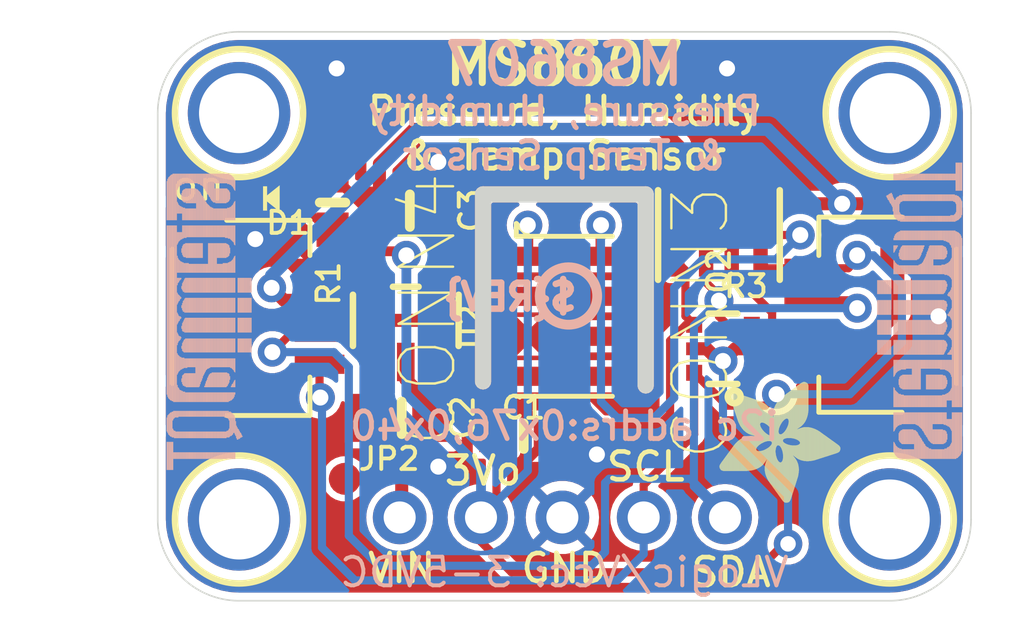
<source format=kicad_pcb>
(kicad_pcb (version 20221018) (generator pcbnew)
  (layers (0 "F.Cu" signal) (31 "B.Cu" signal) (34 "B.Paste" user) (35 "F.Paste" user) (36 "B.SilkS" user "B.Silkscreen") (37 "F.SilkS" user "F.Silkscreen") (38 "B.Mask" user) (39 "F.Mask" user) (44 "Edge.Cuts" user))
  (net 0 "")
  (net 1 "GND")
  (net 2 "SDA")
  (net 3 "SCL")
  (net 4 "SCL_3V")
  (net 5 "SDA_3V")
  (net 6 "3.3V")
  (net 7 "VCC")
  (net 8 "N$1")
  (footprint "working:FIDUCIAL_1MM" (layer "F.Cu") (at 155.6131 97.2566)
    (fp_text reference "FID4" hide)
    (fp_text value "FIDUCIAL_1MM" hide)
    (pad "1" smd roundrect (at 0 0) (size 1 1) (layers "F.Cu" "F.Mask") (roundrect_rratio 0.5))
  )
  (footprint "working:0603-NO" (layer "F.Cu") (at 141.2621 101.4476 -90)
    (fp_text reference "R1" (at 1.778 0.127 90) (layer "F.SilkS") (effects (font (size 0.692831 0.692831) (thickness 0.119969)) (justify right)))
    (fp_text value "10K")
    (pad "1" smd rect (at -0.85 0 270) (size 1.075 1) (layers "F.Cu" "F.Paste" "F.Mask") (net 6 "3.3V"))
    (pad "2" smd rect (at 0.85 0 270) (size 1.075 1) (layers "F.Cu" "F.Paste" "F.Mask") (net 8 "N$1"))
  )
  (footprint "working:JST_SH4" (layer "F.Cu") (at 158.6611 105.0036 90)
    (fp_text reference "CONN3" (at -4.6 -5.9 90) (layer "F.SilkS") (effects (font (size 1.703222 1.703222) (thickness 0.074778)) (justify left)))
    (fp_text value "STEMMA_I2C_QT" hide)
    (pad "1" smd rect (at -1.5 -2.514 180) (size 1.55 0.6) (layers "F.Cu" "F.Paste" "F.Mask") (net 1 "GND"))
    (pad "2" smd rect (at -0.5 -2.514 180) (size 1.55 0.6) (layers "F.Cu" "F.Paste" "F.Mask") (net 7 "VCC"))
    (pad "3" smd rect (at 0.5 -2.514 180) (size 1.55 0.6) (layers "F.Cu" "F.Paste" "F.Mask") (net 2 "SDA"))
    (pad "4" smd rect (at 1.5 -2.514 180) (size 1.55 0.6) (layers "F.Cu" "F.Paste" "F.Mask") (net 3 "SCL"))
    (pad "MT1" smd rect (at -2.8 1.386 180) (size 1.8 1.2) (layers "F.Cu" "F.Paste" "F.Mask") (net 1 "GND"))
    (pad "MT2" smd rect (at 2.8 1.386 180) (size 1.8 1.2) (layers "F.Cu" "F.Paste" "F.Mask") (net 1 "GND"))
  )
  (footprint "working:ADAFRUIT_3.5MM" (layer "F.Cu") (at 153.3271 107.0356 -90)
    (fp_text reference "U$22" hide)
    (fp_text value "" hide)
  )
  (footprint "working:CHIPLED_0603_NOOUTLINE" (layer "F.Cu") (at 139.3571 101.3206 90)
    (fp_text reference "D1" (at -0.762 1.27) (layer "F.SilkS") (effects (font (size 0.692831 0.692831) (thickness 0.119969)) (justify right)))
    (fp_text value "GREEN")
    (pad "A" smd rect (at 0 0.75 90) (size 0.8 0.8) (layers "F.Cu" "F.Paste" "F.Mask") (net 8 "N$1"))
    (pad "C" smd rect (at 0 -0.75 90) (size 0.8 0.8) (layers "F.Cu" "F.Paste" "F.Mask") (net 1 "GND"))
  )
  (footprint "working:MOUNTINGHOLE_2.5_PLATED" (layer "F.Cu") (at 138.3411 111.3536)
    (fp_text reference "U$19" hide)
    (fp_text value "MOUNTINGHOLE2.5" hide)
    (pad "P$1" thru_hole circle (at 0 0) (size 3.2 3.2) (drill 2.5) (layers "*.Cu" "*.Mask"))
    (zone (net 0) (net_name "") (layer "F.Cu") (connect_pads (clearance 0)) (min_thickness 0.25)
      (keepout (tracks not_allowed) (vias not_allowed) (pads not_allowed) (copperpour not_allowed) (footprints allowed))
      (fill (thermal_gap 0.5) (thermal_bridge_width 0.5))
      (polygon (pts (xy 140.3571 111.3536) (xy 140.33748 111.073027) (xy 140.279004 110.797915) (xy 140.182808 110.533619) (xy 140.050765 110.285283) (xy 139.885446 110.05774) (xy 139.690067 109.85542) (xy 139.468433 109.68226) (xy 139.224856 109.541631) (xy 138.964078 109.43627) (xy 138.691175 109.368228) (xy 138.411457 109.338828) (xy 138.130371 109.348644) (xy 137.853385 109.397484) (xy 137.585893 109.484397) (xy 137.3331 109.607693) (xy 137.099926 109.76497) (xy 136.890911 109.953169) (xy 136.710122 110.168625) (xy 136.561078 110.407145) (xy 136.44668 110.664087) (xy 136.369154 110.93445) (xy 136.330011 111.212971) (xy 136.330011 111.494229) (xy 136.369154 111.77275) (xy 136.44668 112.043113) (xy 136.561078 112.300055) (xy 136.710122 112.538575) (xy 136.890911 112.754031) (xy 137.099926 112.94223) (xy 137.3331 113.099507) (xy 137.585893 113.222803) (xy 137.853385 113.309716) (xy 138.130371 113.358556) (xy 138.411457 113.368372) (xy 138.691175 113.338972) (xy 138.964078 113.27093) (xy 139.224856 113.165569) (xy 139.468433 113.02494) (xy 139.690067 112.85178) (xy 139.885446 112.64946) (xy 140.050765 112.421917) (xy 140.182808 112.173581) (xy 140.279004 111.909285) (xy 140.33748 111.634173)))
      (polygon (pts (xy 138.3251 111.3536) (xy 138.329786 111.364914) (xy 138.3411 111.3696) (xy 138.352414 111.364914) (xy 138.3571 111.3536) (xy 138.352414 111.342286) (xy 138.3411 111.3376) (xy 138.329786 111.342286)))
    )
    (zone (net 0) (net_name "") (layer "B.Cu") (connect_pads (clearance 0)) (min_thickness 0.25)
      (keepout (tracks not_allowed) (vias not_allowed) (pads not_allowed) (copperpour not_allowed) (footprints allowed))
      (fill (thermal_gap 0.5) (thermal_bridge_width 0.5))
      (polygon (pts (xy 140.3571 111.3536) (xy 140.33748 111.073027) (xy 140.279004 110.797915) (xy 140.182808 110.533619) (xy 140.050765 110.285283) (xy 139.885446 110.05774) (xy 139.690067 109.85542) (xy 139.468433 109.68226) (xy 139.224856 109.541631) (xy 138.964078 109.43627) (xy 138.691175 109.368228) (xy 138.411457 109.338828) (xy 138.130371 109.348644) (xy 137.853385 109.397484) (xy 137.585893 109.484397) (xy 137.3331 109.607693) (xy 137.099926 109.76497) (xy 136.890911 109.953169) (xy 136.710122 110.168625) (xy 136.561078 110.407145) (xy 136.44668 110.664087) (xy 136.369154 110.93445) (xy 136.330011 111.212971) (xy 136.330011 111.494229) (xy 136.369154 111.77275) (xy 136.44668 112.043113) (xy 136.561078 112.300055) (xy 136.710122 112.538575) (xy 136.890911 112.754031) (xy 137.099926 112.94223) (xy 137.3331 113.099507) (xy 137.585893 113.222803) (xy 137.853385 113.309716) (xy 138.130371 113.358556) (xy 138.411457 113.368372) (xy 138.691175 113.338972) (xy 138.964078 113.27093) (xy 139.224856 113.165569) (xy 139.468433 113.02494) (xy 139.690067 112.85178) (xy 139.885446 112.64946) (xy 140.050765 112.421917) (xy 140.182808 112.173581) (xy 140.279004 111.909285) (xy 140.33748 111.634173)))
      (polygon (pts (xy 138.3251 111.3536) (xy 138.329786 111.364914) (xy 138.3411 111.3696) (xy 138.352414 111.364914) (xy 138.3571 111.3536) (xy 138.352414 111.342286) (xy 138.3411 111.3376) (xy 138.329786 111.342286)))
    )
  )
  (footprint "working:SOT363" (layer "F.Cu") (at 153.4541 106.0196 90)
    (fp_text reference "Q2" (at 1.651 -0.127 90) (layer "F.SilkS") (effects (font (size 0.692831 0.692831) (thickness 0.119969)) (justify left)))
    (fp_text value "BSS138")
    (pad "1" smd rect (at -0.75 0.9 90) (size 0.5 0.5) (layers "F.Cu" "F.Paste" "F.Mask") (net 4 "SCL_3V"))
    (pad "2" smd rect (at 0 0.9 90) (size 0.4 0.5) (layers "F.Cu" "F.Paste" "F.Mask") (net 6 "3.3V"))
    (pad "3" smd rect (at 0.75 0.9 90) (size 0.5 0.5) (layers "F.Cu" "F.Paste" "F.Mask") (net 2 "SDA"))
    (pad "4" smd rect (at 0.75 -0.9 90) (size 0.5 0.5) (layers "F.Cu" "F.Paste" "F.Mask") (net 5 "SDA_3V"))
    (pad "5" smd rect (at 0 -0.9 90) (size 0.4 0.5) (layers "F.Cu" "F.Paste" "F.Mask") (net 6 "3.3V"))
    (pad "6" smd rect (at -0.75 -0.9 90) (size 0.5 0.5) (layers "F.Cu" "F.Paste" "F.Mask") (net 3 "SCL"))
  )
  (footprint "working:MOUNTINGHOLE_2.5_PLATED" (layer "F.Cu") (at 158.6611 111.3536)
    (fp_text reference "U$21" hide)
    (fp_text value "MOUNTINGHOLE2.5" hide)
    (pad "P$1" thru_hole circle (at 0 0) (size 3.2 3.2) (drill 2.5) (layers "*.Cu" "*.Mask"))
    (zone (net 0) (net_name "") (layer "F.Cu") (connect_pads (clearance 0)) (min_thickness 0.25)
      (keepout (tracks not_allowed) (vias not_allowed) (pads not_allowed) (copperpour not_allowed) (footprints allowed))
      (fill (thermal_gap 0.5) (thermal_bridge_width 0.5))
      (polygon (pts (xy 160.6771 111.3536) (xy 160.65748 111.073027) (xy 160.599004 110.797915) (xy 160.502808 110.533619) (xy 160.370765 110.285283) (xy 160.205446 110.05774) (xy 160.010067 109.85542) (xy 159.788433 109.68226) (xy 159.544856 109.541631) (xy 159.284078 109.43627) (xy 159.011175 109.368228) (xy 158.731457 109.338828) (xy 158.450371 109.348644) (xy 158.173385 109.397484) (xy 157.905893 109.484397) (xy 157.6531 109.607693) (xy 157.419926 109.76497) (xy 157.210911 109.953169) (xy 157.030122 110.168625) (xy 156.881078 110.407145) (xy 156.76668 110.664087) (xy 156.689154 110.93445) (xy 156.650011 111.212971) (xy 156.650011 111.494229) (xy 156.689154 111.77275) (xy 156.76668 112.043113) (xy 156.881078 112.300055) (xy 157.030122 112.538575) (xy 157.210911 112.754031) (xy 157.419926 112.94223) (xy 157.6531 113.099507) (xy 157.905893 113.222803) (xy 158.173385 113.309716) (xy 158.450371 113.358556) (xy 158.731457 113.368372) (xy 159.011175 113.338972) (xy 159.284078 113.27093) (xy 159.544856 113.165569) (xy 159.788433 113.02494) (xy 160.010067 112.85178) (xy 160.205446 112.64946) (xy 160.370765 112.421917) (xy 160.502808 112.173581) (xy 160.599004 111.909285) (xy 160.65748 111.634173)))
      (polygon (pts (xy 158.6451 111.3536) (xy 158.649786 111.364914) (xy 158.6611 111.3696) (xy 158.672414 111.364914) (xy 158.6771 111.3536) (xy 158.672414 111.342286) (xy 158.6611 111.3376) (xy 158.649786 111.342286)))
    )
    (zone (net 0) (net_name "") (layer "B.Cu") (connect_pads (clearance 0)) (min_thickness 0.25)
      (keepout (tracks not_allowed) (vias not_allowed) (pads not_allowed) (copperpour not_allowed) (footprints allowed))
      (fill (thermal_gap 0.5) (thermal_bridge_width 0.5))
      (polygon (pts (xy 160.6771 111.3536) (xy 160.65748 111.073027) (xy 160.599004 110.797915) (xy 160.502808 110.533619) (xy 160.370765 110.285283) (xy 160.205446 110.05774) (xy 160.010067 109.85542) (xy 159.788433 109.68226) (xy 159.544856 109.541631) (xy 159.284078 109.43627) (xy 159.011175 109.368228) (xy 158.731457 109.338828) (xy 158.450371 109.348644) (xy 158.173385 109.397484) (xy 157.905893 109.484397) (xy 157.6531 109.607693) (xy 157.419926 109.76497) (xy 157.210911 109.953169) (xy 157.030122 110.168625) (xy 156.881078 110.407145) (xy 156.76668 110.664087) (xy 156.689154 110.93445) (xy 156.650011 111.212971) (xy 156.650011 111.494229) (xy 156.689154 111.77275) (xy 156.76668 112.043113) (xy 156.881078 112.300055) (xy 157.030122 112.538575) (xy 157.210911 112.754031) (xy 157.419926 112.94223) (xy 157.6531 113.099507) (xy 157.905893 113.222803) (xy 158.173385 113.309716) (xy 158.450371 113.358556) (xy 158.731457 113.368372) (xy 159.011175 113.338972) (xy 159.284078 113.27093) (xy 159.544856 113.165569) (xy 159.788433 113.02494) (xy 160.010067 112.85178) (xy 160.205446 112.64946) (xy 160.370765 112.421917) (xy 160.502808 112.173581) (xy 160.599004 111.909285) (xy 160.65748 111.634173)))
      (polygon (pts (xy 158.6451 111.3536) (xy 158.649786 111.364914) (xy 158.6611 111.3696) (xy 158.672414 111.364914) (xy 158.6771 111.3536) (xy 158.672414 111.342286) (xy 158.6611 111.3376) (xy 158.649786 111.342286)))
    )
  )
  (footprint "working:0603-NO" (layer "F.Cu") (at 147.2311 108.7501)
    (fp_text reference "C1" (at -0.762 -0.889) (layer "F.SilkS") (effects (font (size 0.692831 0.692831) (thickness 0.119969)) (justify left)))
    (fp_text value "0.1uF")
    (pad "1" smd rect (at -0.85 0) (size 1.075 1) (layers "F.Cu" "F.Paste" "F.Mask") (net 6 "3.3V"))
    (pad "2" smd rect (at 0.85 0) (size 1.075 1) (layers "F.Cu" "F.Paste" "F.Mask") (net 1 "GND"))
  )
  (footprint "working:JST_SH4" (layer "F.Cu") (at 138.3411 105.0036 -90)
    (fp_text reference "CONN4" (at -4.6 -5.9 90) (layer "F.SilkS") (effects (font (size 1.703222 1.703222) (thickness 0.074778)) (justify right)))
    (fp_text value "STEMMA_I2C_QT" hide)
    (pad "1" smd rect (at -1.5 -2.514) (size 1.55 0.6) (layers "F.Cu" "F.Paste" "F.Mask") (net 1 "GND"))
    (pad "2" smd rect (at -0.5 -2.514) (size 1.55 0.6) (layers "F.Cu" "F.Paste" "F.Mask") (net 7 "VCC"))
    (pad "3" smd rect (at 0.5 -2.514) (size 1.55 0.6) (layers "F.Cu" "F.Paste" "F.Mask") (net 2 "SDA"))
    (pad "4" smd rect (at 1.5 -2.514) (size 1.55 0.6) (layers "F.Cu" "F.Paste" "F.Mask") (net 3 "SCL"))
    (pad "MT1" smd rect (at -2.8 1.386) (size 1.8 1.2) (layers "F.Cu" "F.Paste" "F.Mask") (net 1 "GND"))
    (pad "MT2" smd rect (at 2.8 1.386) (size 1.8 1.2) (layers "F.Cu" "F.Paste" "F.Mask") (net 1 "GND"))
  )
  (footprint "working:0805-NO" (layer "F.Cu") (at 143.6751 101.7016)
    (fp_text reference "C3" (at 1.905 -0.762 90) (layer "F.SilkS") (effects (font (size 0.692831 0.692831) (thickness 0.119969)) (justify right)))
    (fp_text value "10uF")
    (pad "1" smd rect (at -0.95 0) (size 1.24 1.5) (layers "F.Cu" "F.Paste" "F.Mask") (net 6 "3.3V"))
    (pad "2" smd rect (at 0.95 0) (size 1.24 1.5) (layers "F.Cu" "F.Paste" "F.Mask") (net 1 "GND"))
  )
  (footprint "working:MOUNTINGHOLE_2.5_PLATED" (layer "F.Cu") (at 138.3411 98.6536)
    (fp_text reference "U$1" hide)
    (fp_text value "MOUNTINGHOLE2.5" hide)
    (pad "P$1" thru_hole circle (at 0 0) (size 3.2 3.2) (drill 2.5) (layers "*.Cu" "*.Mask"))
    (zone (net 0) (net_name "") (layer "F.Cu") (connect_pads (clearance 0)) (min_thickness 0.25)
      (keepout (tracks not_allowed) (vias not_allowed) (pads not_allowed) (copperpour not_allowed) (footprints allowed))
      (fill (thermal_gap 0.5) (thermal_bridge_width 0.5))
      (polygon (pts (xy 140.3571 98.6536) (xy 140.33748 98.373027) (xy 140.279004 98.097915) (xy 140.182808 97.833619) (xy 140.050765 97.585283) (xy 139.885446 97.35774) (xy 139.690067 97.15542) (xy 139.468433 96.98226) (xy 139.224856 96.841631) (xy 138.964078 96.73627) (xy 138.691175 96.668228) (xy 138.411457 96.638828) (xy 138.130371 96.648644) (xy 137.853385 96.697484) (xy 137.585893 96.784397) (xy 137.3331 96.907693) (xy 137.099926 97.06497) (xy 136.890911 97.253169) (xy 136.710122 97.468625) (xy 136.561078 97.707145) (xy 136.44668 97.964087) (xy 136.369154 98.23445) (xy 136.330011 98.512971) (xy 136.330011 98.794229) (xy 136.369154 99.07275) (xy 136.44668 99.343113) (xy 136.561078 99.600055) (xy 136.710122 99.838575) (xy 136.890911 100.054031) (xy 137.099926 100.24223) (xy 137.3331 100.399507) (xy 137.585893 100.522803) (xy 137.853385 100.609716) (xy 138.130371 100.658556) (xy 138.411457 100.668372) (xy 138.691175 100.638972) (xy 138.964078 100.57093) (xy 139.224856 100.465569) (xy 139.468433 100.32494) (xy 139.690067 100.15178) (xy 139.885446 99.94946) (xy 140.050765 99.721917) (xy 140.182808 99.473581) (xy 140.279004 99.209285) (xy 140.33748 98.934173)))
      (polygon (pts (xy 138.3251 98.6536) (xy 138.329786 98.664914) (xy 138.3411 98.6696) (xy 138.352414 98.664914) (xy 138.3571 98.6536) (xy 138.352414 98.642286) (xy 138.3411 98.6376) (xy 138.329786 98.642286)))
    )
    (zone (net 0) (net_name "") (layer "B.Cu") (connect_pads (clearance 0)) (min_thickness 0.25)
      (keepout (tracks not_allowed) (vias not_allowed) (pads not_allowed) (copperpour not_allowed) (footprints allowed))
      (fill (thermal_gap 0.5) (thermal_bridge_width 0.5))
      (polygon (pts (xy 140.3571 98.6536) (xy 140.33748 98.373027) (xy 140.279004 98.097915) (xy 140.182808 97.833619) (xy 140.050765 97.585283) (xy 139.885446 97.35774) (xy 139.690067 97.15542) (xy 139.468433 96.98226) (xy 139.224856 96.841631) (xy 138.964078 96.73627) (xy 138.691175 96.668228) (xy 138.411457 96.638828) (xy 138.130371 96.648644) (xy 137.853385 96.697484) (xy 137.585893 96.784397) (xy 137.3331 96.907693) (xy 137.099926 97.06497) (xy 136.890911 97.253169) (xy 136.710122 97.468625) (xy 136.561078 97.707145) (xy 136.44668 97.964087) (xy 136.369154 98.23445) (xy 136.330011 98.512971) (xy 136.330011 98.794229) (xy 136.369154 99.07275) (xy 136.44668 99.343113) (xy 136.561078 99.600055) (xy 136.710122 99.838575) (xy 136.890911 100.054031) (xy 137.099926 100.24223) (xy 137.3331 100.399507) (xy 137.585893 100.522803) (xy 137.853385 100.609716) (xy 138.130371 100.658556) (xy 138.411457 100.668372) (xy 138.691175 100.638972) (xy 138.964078 100.57093) (xy 139.224856 100.465569) (xy 139.468433 100.32494) (xy 139.690067 100.15178) (xy 139.885446 99.94946) (xy 140.050765 99.721917) (xy 140.182808 99.473581) (xy 140.279004 99.209285) (xy 140.33748 98.934173)))
      (polygon (pts (xy 138.3251 98.6536) (xy 138.329786 98.664914) (xy 138.3411 98.6696) (xy 138.352414 98.664914) (xy 138.3571 98.6536) (xy 138.352414 98.642286) (xy 138.3411 98.6376) (xy 138.329786 98.642286)))
    )
  )
  (footprint "working:1X05_ROUND" (layer "F.Cu") (at 148.4376 111.2901)
    (fp_text reference "JP2" (at -6.4262 -1.8288) (layer "F.SilkS") (effects (font (size 0.692831 0.692831) (thickness 0.119969)) (justify left)))
    (fp_text value "")
    (pad "1" thru_hole circle (at -5.08 0 90) (size 1.6764 1.6764) (drill 1) (layers "*.Cu" "*.Mask") (net 7 "VCC"))
    (pad "2" thru_hole circle (at -2.54 0 90) (size 1.6764 1.6764) (drill 1) (layers "*.Cu" "*.Mask") (net 6 "3.3V"))
    (pad "3" thru_hole circle (at 0 0 90) (size 1.6764 1.6764) (drill 1) (layers "*.Cu" "*.Mask") (net 1 "GND"))
    (pad "4" thru_hole circle (at 2.54 0 90) (size 1.6764 1.6764) (drill 1) (layers "*.Cu" "*.Mask") (net 3 "SCL"))
    (pad "5" thru_hole circle (at 5.08 0 90) (size 1.6764 1.6764) (drill 1) (layers "*.Cu" "*.Mask") (net 2 "SDA"))
  )
  (footprint "working:FIDUCIAL_1MM" (layer "F.Cu") (at 141.6431 110.0836)
    (fp_text reference "FID3" hide)
    (fp_text value "FIDUCIAL_1MM" hide)
    (pad "1" smd roundrect (at 0 0) (size 1 1) (layers "F.Cu" "F.Mask") (roundrect_rratio 0.5))
  )
  (footprint "working:MOUNTINGHOLE_2.5_PLATED" (layer "F.Cu") (at 158.6611 98.6536)
    (fp_text reference "U$17" hide)
    (fp_text value "MOUNTINGHOLE2.5" hide)
    (pad "P$1" thru_hole circle (at 0 0) (size 3.2 3.2) (drill 2.5) (layers "*.Cu" "*.Mask"))
    (zone (net 0) (net_name "") (layer "F.Cu") (connect_pads (clearance 0)) (min_thickness 0.25)
      (keepout (tracks not_allowed) (vias not_allowed) (pads not_allowed) (copperpour not_allowed) (footprints allowed))
      (fill (thermal_gap 0.5) (thermal_bridge_width 0.5))
      (polygon (pts (xy 160.6771 98.6536) (xy 160.65748 98.373027) (xy 160.599004 98.097915) (xy 160.502808 97.833619) (xy 160.370765 97.585283) (xy 160.205446 97.35774) (xy 160.010067 97.15542) (xy 159.788433 96.98226) (xy 159.544856 96.841631) (xy 159.284078 96.73627) (xy 159.011175 96.668228) (xy 158.731457 96.638828) (xy 158.450371 96.648644) (xy 158.173385 96.697484) (xy 157.905893 96.784397) (xy 157.6531 96.907693) (xy 157.419926 97.06497) (xy 157.210911 97.253169) (xy 157.030122 97.468625) (xy 156.881078 97.707145) (xy 156.76668 97.964087) (xy 156.689154 98.23445) (xy 156.650011 98.512971) (xy 156.650011 98.794229) (xy 156.689154 99.07275) (xy 156.76668 99.343113) (xy 156.881078 99.600055) (xy 157.030122 99.838575) (xy 157.210911 100.054031) (xy 157.419926 100.24223) (xy 157.6531 100.399507) (xy 157.905893 100.522803) (xy 158.173385 100.609716) (xy 158.450371 100.658556) (xy 158.731457 100.668372) (xy 159.011175 100.638972) (xy 159.284078 100.57093) (xy 159.544856 100.465569) (xy 159.788433 100.32494) (xy 160.010067 100.15178) (xy 160.205446 99.94946) (xy 160.370765 99.721917) (xy 160.502808 99.473581) (xy 160.599004 99.209285) (xy 160.65748 98.934173)))
      (polygon (pts (xy 158.6451 98.6536) (xy 158.649786 98.664914) (xy 158.6611 98.6696) (xy 158.672414 98.664914) (xy 158.6771 98.6536) (xy 158.672414 98.642286) (xy 158.6611 98.6376) (xy 158.649786 98.642286)))
    )
    (zone (net 0) (net_name "") (layer "B.Cu") (connect_pads (clearance 0)) (min_thickness 0.25)
      (keepout (tracks not_allowed) (vias not_allowed) (pads not_allowed) (copperpour not_allowed) (footprints allowed))
      (fill (thermal_gap 0.5) (thermal_bridge_width 0.5))
      (polygon (pts (xy 160.6771 98.6536) (xy 160.65748 98.373027) (xy 160.599004 98.097915) (xy 160.502808 97.833619) (xy 160.370765 97.585283) (xy 160.205446 97.35774) (xy 160.010067 97.15542) (xy 159.788433 96.98226) (xy 159.544856 96.841631) (xy 159.284078 96.73627) (xy 159.011175 96.668228) (xy 158.731457 96.638828) (xy 158.450371 96.648644) (xy 158.173385 96.697484) (xy 157.905893 96.784397) (xy 157.6531 96.907693) (xy 157.419926 97.06497) (xy 157.210911 97.253169) (xy 157.030122 97.468625) (xy 156.881078 97.707145) (xy 156.76668 97.964087) (xy 156.689154 98.23445) (xy 156.650011 98.512971) (xy 156.650011 98.794229) (xy 156.689154 99.07275) (xy 156.76668 99.343113) (xy 156.881078 99.600055) (xy 157.030122 99.838575) (xy 157.210911 100.054031) (xy 157.419926 100.24223) (xy 157.6531 100.399507) (xy 157.905893 100.522803) (xy 158.173385 100.609716) (xy 158.450371 100.658556) (xy 158.731457 100.668372) (xy 159.011175 100.638972) (xy 159.284078 100.57093) (xy 159.544856 100.465569) (xy 159.788433 100.32494) (xy 160.010067 100.15178) (xy 160.205446 99.94946) (xy 160.370765 99.721917) (xy 160.502808 99.473581) (xy 160.599004 99.209285) (xy 160.65748 98.934173)))
      (polygon (pts (xy 158.6451 98.6536) (xy 158.649786 98.664914) (xy 158.6611 98.6696) (xy 158.672414 98.664914) (xy 158.6771 98.6536) (xy 158.672414 98.642286) (xy 158.6611 98.6376) (xy 158.649786 98.642286)))
    )
  )
  (footprint "working:0805-NO" (layer "F.Cu") (at 143.4211 108.1786)
    (fp_text reference "C2" (at 1.905 -0.762 90) (layer "F.SilkS") (effects (font (size 0.692831 0.692831) (thickness 0.119969)) (justify right)))
    (fp_text value "10uF")
    (pad "1" smd rect (at -0.95 0) (size 1.24 1.5) (layers "F.Cu" "F.Paste" "F.Mask") (net 7 "VCC"))
    (pad "2" smd rect (at 0.95 0) (size 1.24 1.5) (layers "F.Cu" "F.Paste" "F.Mask") (net 1 "GND"))
  )
  (footprint "working:SOT23-5" (layer "F.Cu") (at 143.5481 105.1306)
    (fp_text reference "U2" (at 2.032 -0.562 90) (layer "F.SilkS") (effects (font (size 0.692831 0.692831) (thickness 0.119969)) (justify right)))
    (fp_text value "AP2112K-3.3")
    (pad "1" smd rect (at -0.95 1.3001) (size 0.55 1.2) (layers "F.Cu" "F.Paste" "F.Mask") (net 7 "VCC"))
    (pad "2" smd rect (at 0 1.3001) (size 0.55 1.2) (layers "F.Cu" "F.Paste" "F.Mask") (net 1 "GND"))
    (pad "3" smd rect (at 0.95 1.3001) (size 0.55 1.2) (layers "F.Cu" "F.Paste" "F.Mask") (net 7 "VCC"))
    (pad "4" smd rect (at 0.95 -1.3001) (size 0.55 1.2) (layers "F.Cu" "F.Paste" "F.Mask"))
    (pad "5" smd rect (at -0.95 -1.3001) (size 0.55 1.2) (layers "F.Cu" "F.Paste" "F.Mask") (net 6 "3.3V"))
  )
  (footprint "working:MS8607" (layer "F.Cu") (at 148.5011 105.0036)
    (fp_text reference "X1" hide)
    (fp_text value "MS8607" hide)
    (pad "1" smd rect (at -1.1 -1.875) (size 1.1 0.6) (layers "F.Cu" "F.Paste" "F.Mask") (net 6 "3.3V"))
    (pad "2" smd rect (at -1.1 -0.625) (size 1.1 0.6) (layers "F.Cu" "F.Paste" "F.Mask"))
    (pad "3" smd rect (at -1.1 0.625) (size 1.1 0.6) (layers "F.Cu" "F.Paste" "F.Mask") (net 1 "GND"))
    (pad "4" smd rect (at -1.1 1.875) (size 1.1 0.6) (layers "F.Cu" "F.Paste" "F.Mask"))
    (pad "5" smd rect (at 1.1 1.875 180) (size 1.1 0.6) (layers "F.Cu" "F.Paste" "F.Mask"))
    (pad "6" smd rect (at 1.1 0.625 180) (size 1.1 0.6) (layers "F.Cu" "F.Paste" "F.Mask"))
    (pad "7" smd rect (at 1.1 -0.625 180) (size 1.1 0.6) (layers "F.Cu" "F.Paste" "F.Mask") (net 5 "SDA_3V"))
    (pad "8" smd rect (at 1.1 -1.875 180) (size 1.1 0.6) (layers "F.Cu" "F.Paste" "F.Mask") (net 4 "SCL_3V"))
  )
  (footprint "working:RESPACK_4X0603" (layer "F.Cu") (at 153.3271 102.4636 180)
    (fp_text reference "R3" (at -1.6 -1.6) (layer "F.SilkS") (effects (font (size 0.692831 0.692831) (thickness 0.119969)) (justify right)))
    (fp_text value "10K")
    (pad "1" smd rect (at -1.3 0.85 180) (size 0.45 0.9) (layers "F.Cu" "F.Paste" "F.Mask") (net 7 "VCC"))
    (pad "2" smd rect (at -0.4 0.85 180) (size 0.45 0.9) (layers "F.Cu" "F.Paste" "F.Mask") (net 6 "3.3V"))
    (pad "3" smd rect (at 0.4 0.85 180) (size 0.45 0.9) (layers "F.Cu" "F.Paste" "F.Mask") (net 7 "VCC"))
    (pad "4" smd rect (at 1.3 0.85 180) (size 0.45 0.9) (layers "F.Cu" "F.Paste" "F.Mask") (net 6 "3.3V"))
    (pad "5" smd rect (at 1.3 -0.85 180) (size 0.45 0.9) (layers "F.Cu" "F.Paste" "F.Mask") (net 5 "SDA_3V"))
    (pad "6" smd rect (at 0.4 -0.85 180) (size 0.45 0.9) (layers "F.Cu" "F.Paste" "F.Mask") (net 2 "SDA"))
    (pad "7" smd rect (at -0.4 -0.85 180) (size 0.45 0.9) (layers "F.Cu" "F.Paste" "F.Mask") (net 4 "SCL_3V"))
    (pad "8" smd rect (at -1.3 -0.85 180) (size 0.45 0.9) (layers "F.Cu" "F.Paste" "F.Mask") (net 3 "SCL"))
  )
  (footprint "working:STEMMAQT" (layer "B.Cu") (at 158.2801 109.4486 90)
    (fp_text reference "U$30" hide)
    (fp_text value "" hide)
  )
  (footprint "working:STEMMAQT" (layer "B.Cu") (at 138.7221 100.5586 -90)
    (fp_text reference "U$31" hide)
    (fp_text value "" hide)
  )
  (footprint "working:PCBFEAT-REV-040" (layer "B.Cu") (at 148.6281 104.3686 180)
    (fp_text reference "U$25" hide)
    (fp_text value "" hide)
    (fp_text user "${REV}" (at -0.3556 -0.508) (layer "B.SilkS") (effects (font (size 0.8128 0.8128) (thickness 0.2032)) (justify left bottom mirror)))
  )
  (gr_line (start 138.3411 113.8936) (end 158.6611 113.8936) (stroke (width 0.05)) (layer "Edge.Cuts"))
  (gr_line (start 158.6611 96.1136) (end 138.3411 96.1136) (stroke (width 0.05)) (layer "Edge.Cuts"))
  (gr_line (start 145.9611 101.1936) (end 151.0411 101.1936) (stroke (width 0.508)) (layer "Edge.Cuts"))
  (gr_line (start 151.0411 101.1936) (end 151.0411 107.1626) (stroke (width 0.508)) (layer "Edge.Cuts"))
  (gr_line (start 135.8011 98.6536) (end 135.8011 111.3536) (stroke (width 0.05)) (layer "Edge.Cuts"))
  (gr_line (start 161.2011 111.3536) (end 161.2011 98.6536) (stroke (width 0.05)) (layer "Edge.Cuts"))
  (gr_arc (start 158.6611 96.1136) (mid 160.457151 96.857549) (end 161.2011 98.6536) (stroke (width 0.05)) (layer "Edge.Cuts"))
  (gr_arc (start 135.8011 98.6536) (mid 136.545049 96.857549) (end 138.3411 96.1136) (stroke (width 0.05)) (layer "Edge.Cuts"))
  (gr_line (start 145.9611 107.0356) (end 145.9611 101.1936) (stroke (width 0.508)) (layer "Edge.Cuts"))
  (gr_arc (start 138.3411 113.8936) (mid 136.545049 113.149651) (end 135.8011 111.3536) (stroke (width 0.05)) (layer "Edge.Cuts"))
  (gr_arc (start 161.2011 111.3536) (mid 160.457151 113.149651) (end 158.6611 113.8936) (stroke (width 0.05)) (layer "Edge.Cuts"))
  (gr_text "Pressure, Humidity\n& Temp Sensor" (at 148.5011 99.2886) (layer "B.SilkS") (effects (font (size 0.8636 0.8636) (thickness 0.1524)) (justify mirror)))
  (gr_text "i2c addrs:0x76,0x40" (at 148.5011 108.4326) (layer "B.SilkS") (effects (font (size 0.8636 0.8636) (thickness 0.1524)) (justify mirror)))
  (gr_text "MS8607" (at 148.5011 97.1296) (layer "B.SilkS") (effects (font (size 1.25222 1.25222) (thickness 0.22098)) (justify mirror)))
  (gr_text "VLogic/Vcc: 3-5VDC" (at 148.5011 113.0046) (layer "B.SilkS") (effects (font (size 0.89408 0.89408) (thickness 0.12192)) (justify mirror)))
  (gr_text "VIN" (at 143.4211 112.8776) (layer "F.SilkS") (effects (font (size 0.87376 0.87376) (thickness 0.14224))))
  (gr_text "MS8607" (at 148.5011 97.1296) (layer "F.SilkS") (effects (font (size 1.25222 1.25222) (thickness 0.22098))))
  (gr_text "Pressure, Humidity\n& Temp Sensor" (at 148.5011 99.2886) (layer "F.SilkS") (effects (font (size 0.8636 0.8636) (thickness 0.1524))))
  (gr_text "3Vo" (at 145.9611 109.8296) (layer "F.SilkS") (effects (font (size 0.87376 0.87376) (thickness 0.14224))))
  (gr_text "on" (at 136.1821 101.4476) (layer "F.SilkS") (effects (font (size 0.89408 0.89408) (thickness 0.12192)) (justify left bottom)))
  (gr_text "SDA" (at 153.7081 113.0046) (layer "F.SilkS") (effects (font (size 0.87376 0.87376) (thickness 0.14224))))
  (gr_text "SCL" (at 151.0411 109.7026) (layer "F.SilkS") (effects (font (size 0.87376 0.87376) (thickness 0.14224))))
  (gr_text "GND" (at 148.5011 112.8776) (layer "F.SilkS") (effects (font (size 0.87376 0.87376) (thickness 0.14224))))
  (segment (start 140.1431 103.5036) (end 139.2301 102.5906) (width 0.4064) (layer "F.Cu") (net 1))
  (segment (start 147.4011 105.6286) (end 147.9743 105.6286) (width 0.3048) (layer "F.Cu") (net 1))
  (segment (start 148.0566 107.6706) (end 148.0566 108.7256) (width 0.3048) (layer "F.Cu") (net 1))
  (segment (start 147.9743 105.6286) (end 148.3018 105.9561) (width 0.2032) (layer "F.Cu") (net 1))
  (segment (start 148.3018 105.9561) (end 148.3018 107.4254) (width 0.2032) (layer "F.Cu") (net 1))
  (segment (start 139.2301 102.5906) (end 138.8491 102.5906) (width 0.4064) (layer "F.Cu") (net 1))
  (segment (start 144.3711 108.1786) (end 144.3711 107.7976) (width 0.4064) (layer "F.Cu") (net 1))
  (segment (start 144.3711 107.7976) (end 143.5481 106.9746) (width 0.4064) (layer "F.Cu") (net 1))
  (segment (start 148.3018 107.4254) (end 148.0566 107.6706) (width 0.2032) (layer "F.Cu") (net 1))
  (segment (start 140.8551 103.5036) (end 140.1431 103.5036) (width 0.4064) (layer "F.Cu") (net 1))
  (segment (start 148.0566 108.7256) (end 148.0811 108.7501) (width 0.3048) (layer "F.Cu") (net 1))
  (segment (start 143.5481 106.4307) (end 143.5481 106.9746) (width 0.4064) (layer "F.Cu") (net 1))
  (via (at 144.5641 100.1776) (size 0.9064) (drill 0.5) (layers "F.Cu" "B.Cu") (net 1))
  (via (at 160.1851 105.0036) (size 0.9064) (drill 0.5) (layers "F.Cu" "B.Cu") (net 1))
  (via (at 138.8491 102.5906) (size 0.9064) (drill 0.5) (layers "F.Cu" "B.Cu") (net 1))
  (via (at 153.5811 97.2566) (size 0.9064) (drill 0.5) (layers "F.Cu" "B.Cu") (net 1))
  (via (at 144.5641 109.7026) (size 0.9064) (drill 0.5) (layers "F.Cu" "B.Cu") (net 1))
  (via (at 141.3891 97.2566) (size 0.9064) (drill 0.5) (layers "F.Cu" "B.Cu") (net 1))
  (via (at 149.5171 109.3216) (size 0.9064) (drill 0.5) (layers "F.Cu" "B.Cu") (net 1))
  (segment (start 153.3271 104.5146) (end 153.3271 105.0046) (width 0.254) (layer "F.Cu") (net 2))
  (segment (start 153.3271 104.3486) (end 152.9271 103.9486) (width 0.254) (layer "F.Cu") (net 2))
  (segment (start 153.5921 105.2696) (end 154.3541 105.2696) (width 0.254) (layer "F.Cu") (net 2))
  (segment (start 140.0001 105.5036) (end 139.379706 106.123994) (width 0.254) (layer "F.Cu") (net 2))
  (segment (start 152.9271 103.3136) (end 152.9271 103.9486) (width 0.254) (layer "F.Cu") (net 2))
  (segment (start 156.1471 104.5036) (end 157.3991 104.5036) (width 0.254) (layer "F.Cu") (net 2))
  (segment (start 140.8551 105.5036) (end 140.0001 105.5036) (width 0.254) (layer "F.Cu") (net 2))
  (segment (start 153.3271 104.5146) (end 153.3271 104.3486) (width 0.254) (layer "F.Cu") (net 2))
  (segment (start 153.5921 105.2696) (end 153.3271 105.0046) (width 0.254) (layer "F.Cu") (net 2))
  (segment (start 157.3991 104.5036) (end 157.6451 104.7496) (width 0.254) (layer "F.Cu") (net 2))
  (via (at 139.379706 106.123994) (size 0.9064) (drill 0.5) (layers "F.Cu" "B.Cu") (net 2))
  (via (at 153.3271 104.5146) (size 0.9064) (drill 0.5) (layers "F.Cu" "B.Cu") (net 2))
  (via (at 157.6451 104.7496) (size 0.9064) (drill 0.5) (layers "F.Cu" "B.Cu") (net 2))
  (segment (start 139.379706 106.123994) (end 141.302993 106.123994) (width 0.254) (layer "B.Cu") (net 2))
  (segment (start 141.302993 106.123994) (end 141.7701 106.5911) (width 0.254) (layer "B.Cu") (net 2))
  (segment (start 153.5176 111.2901) (end 152.5461 110.3186) (width 0.254) (layer "B.Cu") (net 2))
  (segment (start 149.8981 110.0836) (end 152.4381 110.0836) (width 0.254) (layer "B.Cu") (net 2))
  (segment (start 149.7711 112.3696) (end 149.7711 110.2106) (width 0.254) (layer "B.Cu") (net 2))
  (segment (start 149.3393 112.8014) (end 149.7711 112.3696) (width 0.254) (layer "B.Cu") (net 2))
  (segment (start 141.7701 111.8616) (end 142.7099 112.8014) (width 0.254) (layer "B.Cu") (net 2))
  (segment (start 157.6451 104.7496) (end 153.5621 104.7496) (width 0.254) (layer "B.Cu") (net 2))
  (segment (start 153.5621 104.7496) (end 153.3271 104.5146) (width 0.254) (layer "B.Cu") (net 2))
  (segment (start 153.5176 111.1631) (end 153.5176 111.2901) (width 0.254) (layer "B.Cu") (net 2))
  (segment (start 149.3393 112.8014) (end 142.7099 112.8014) (width 0.254) (layer "B.Cu") (net 2))
  (segment (start 152.4381 110.0836) (end 153.5176 111.1631) (width 0.254) (layer "B.Cu") (net 2))
  (segment (start 152.5461 105.2956) (end 152.5461 110.3186) (width 0.254) (layer "B.Cu") (net 2))
  (segment (start 153.3271 104.5146) (end 152.5461 105.2956) (width 0.254) (layer "B.Cu") (net 2))
  (segment (start 141.7701 106.5911) (end 141.7701 111.8616) (width 0.254) (layer "B.Cu") (net 2))
  (segment (start 149.7711 110.2106) (end 149.8981 110.0836) (width 0.254) (layer "B.Cu") (net 2))
  (segment (start 157.6451 103.2256) (end 157.3671 103.5036) (width 0.254) (layer "F.Cu") (net 3))
  (segment (start 152.5541 106.7696) (end 152.5541 108.6976) (width 0.254) (layer "F.Cu") (net 3))
  (segment (start 152.5541 106.7696) (end 152.5536 106.7701) (width 0.254) (layer "F.Cu") (net 3))
  (segment (start 153.5811 107.7976) (end 152.5536 106.7701) (width 0.254) (layer "F.Cu") (net 3))
  (segment (start 157.3671 103.5036) (end 156.1471 103.5036) (width 0.254) (layer "F.Cu") (net 3))
  (segment (start 157.6451 103.0986) (end 157.6451 103.2256) (width 0.254) (layer "F.Cu") (net 3))
  (segment (start 154.7698 107.7976) (end 155.12795 107.43945) (width 0.254) (layer "F.Cu") (net 3))
  (segment (start 154.8171 103.5036) (end 154.6271 103.3136) (width 0.254) (layer "F.Cu") (net 3))
  (segment (start 150.9776 110.2741) (end 150.9776 111.2901) (width 0.254) (layer "F.Cu") (net 3))
  (segment (start 153.5811 107.7976) (end 154.7698 107.7976) (width 0.254) (layer "F.Cu") (net 3))
  (segment (start 156.1471 103.5036) (end 154.8171 103.5036) (width 0.254) (layer "F.Cu") (net 3))
  (segment (start 140.8811 107.5436) (end 140.8551 107.5176) (width 0.254) (layer "F.Cu") (net 3))
  (segment (start 152.5541 108.6976) (end 150.9776 110.2741) (width 0.254) (layer "F.Cu") (net 3))
  (segment (start 140.8551 106.5036) (end 140.8551 107.5176) (width 0.254) (layer "F.Cu") (net 3))
  (via (at 140.8811 107.5436) (size 0.9064) (drill 0.5) (layers "F.Cu" "B.Cu") (net 3))
  (via (at 157.6451 103.0986) (size 0.9064) (drill 0.5) (layers "F.Cu" "B.Cu") (net 3))
  (via (at 155.12795 107.43945) (size 0.9064) (drill 0.5) (layers "F.Cu" "B.Cu") (net 3))
  (segment (start 141.9606 113.2586) (end 150.1521 113.2586) (width 0.254) (layer "B.Cu") (net 3))
  (segment (start 158.1531 103.0986) (end 157.6451 103.0986) (width 0.254) (layer "B.Cu") (net 3))
  (segment (start 140.9319 107.5436) (end 140.9319 112.2299) (width 0.254) (layer "B.Cu") (net 3))
  (segment (start 150.9776 112.4331) (end 150.9776 111.2901) (width 0.254) (layer "B.Cu") (net 3))
  (segment (start 140.8811 107.5436) (end 140.9319 107.5436) (width 0.254) (layer "B.Cu") (net 3))
  (segment (start 157.41395 107.43945) (end 159.0421 105.8113) (width 0.254) (layer "B.Cu") (net 3))
  (segment (start 159.0421 103.9876) (end 158.1531 103.0986) (width 0.254) (layer "B.Cu") (net 3))
  (segment (start 140.9319 112.2299) (end 141.9606 113.2586) (width 0.254) (layer "B.Cu") (net 3))
  (segment (start 155.12795 107.43945) (end 157.41395 107.43945) (width 0.254) (layer "B.Cu") (net 3))
  (segment (start 159.0421 105.8113) (end 159.0421 103.9876) (width 0.254) (layer "B.Cu") (net 3))
  (segment (start 150.1521 113.2586) (end 150.9776 112.4331) (width 0.254) (layer "B.Cu") (net 3))
  (segment (start 153.7271 103.3136) (end 153.7271 103.6256) (width 0.254) (layer "F.Cu") (net 4))
  (segment (start 153.7271 103.6256) (end 154.9891 104.8876) (width 0.254) (layer "F.Cu") (net 4))
  (segment (start 154.2161 102.4636) (end 155.8671 102.4636) (width 0.254) (layer "F.Cu") (net 4))
  (segment (start 154.9891 106.3886) (end 154.6081 106.7696) (width 0.254) (layer "F.Cu") (net 4))
  (segment (start 153.7271 102.9526) (end 154.2161 102.4636) (width 0.254) (layer "F.Cu") (net 4))
  (segment (start 154.3541 106.7696) (end 154.6081 106.7696) (width 0.254) (layer "F.Cu") (net 4))
  (segment (start 149.6011 102.1978) (end 149.6441 102.1548) (width 0.254) (layer "F.Cu") (net 4))
  (segment (start 149.6011 103.1286) (end 149.6011 102.1978) (width 0.254) (layer "F.Cu") (net 4))
  (segment (start 154.9891 104.8876) (end 154.9891 106.3886) (width 0.254) (layer "F.Cu") (net 4))
  (segment (start 153.7271 103.3136) (end 153.7271 102.9526) (width 0.254) (layer "F.Cu") (net 4))
  (via (at 155.8671 102.4636) (size 0.9064) (drill 0.5) (layers "F.Cu" "B.Cu") (net 4))
  (via (at 149.6441 102.1548) (size 0.9064) (drill 0.5) (layers "F.Cu" "B.Cu") (net 4))
  (segment (start 151.304131 108.1786) (end 151.9301 107.552632) (width 0.254) (layer "B.Cu") (net 4))
  (segment (start 150.1521 108.1786) (end 151.304131 108.1786) (width 0.254) (layer "B.Cu") (net 4))
  (segment (start 151.9301 107.552632) (end 151.9301 104.1146) (width 0.254) (layer "B.Cu") (net 4))
  (segment (start 152.8191 103.2256) (end 155.1051 103.2256) (width 0.254) (layer "B.Cu") (net 4))
  (segment (start 149.6441 102.1548) (end 149.6441 107.6706) (width 0.254) (layer "B.Cu") (net 4))
  (segment (start 149.6441 107.6706) (end 150.1521 108.1786) (width 0.254) (layer "B.Cu") (net 4))
  (segment (start 151.9301 104.1146) (end 152.8191 103.2256) (width 0.254) (layer "B.Cu") (net 4))
  (segment (start 155.1051 103.2256) (end 155.8671 102.4636) (width 0.254) (layer "B.Cu") (net 4))
  (segment (start 152.0271 103.3136) (end 152.2811 103.5676) (width 0.254) (layer "F.Cu") (net 5))
  (segment (start 151.8031 108.0516) (end 151.4221 108.4326) (width 0.254) (layer "F.Cu") (net 5))
  (segment (start 152.2991 105.2696) (end 151.8031 105.7656) (width 0.254) (layer "F.Cu") (net 5))
  (segment (start 152.2811 104.9966) (end 152.5541 105.2696) (width 0.254) (layer "F.Cu") (net 5))
  (segment (start 152.2811 103.5676) (end 152.2811 104.9966) (width 0.254) (layer "F.Cu") (net 5))
  (segment (start 151.4221 108.4326) (end 149.6441 108.4326) (width 0.254) (layer "F.Cu") (net 5))
  (segment (start 149.6011 104.3786) (end 148.9991 104.3786) (width 0.254) (layer "F.Cu") (net 5))
  (segment (start 148.9991 104.3786) (end 148.7209 104.6568) (width 0.2032) (layer "F.Cu") (net 5))
  (segment (start 152.5541 105.2696) (end 152.2991 105.2696) (width 0.254) (layer "F.Cu") (net 5))
  (segment (start 148.7209 107.5094) (end 149.6441 108.4326) (width 0.2032) (layer "F.Cu") (net 5))
  (segment (start 148.7209 104.6568) (end 148.7209 107.5094) (width 0.2032) (layer "F.Cu") (net 5))
  (segment (start 151.8031 105.7656) (end 151.8031 108.0516) (width 0.254) (layer "F.Cu") (net 5))
  (segment (start 152.9461 106.0196) (end 152.5541 106.0196) (width 0.4064) (layer "F.Cu") (net 6))
  (segment (start 152.9461 106.0196) (end 153.3271 106.4006) (width 0.4064) (layer "F.Cu") (net 6))
  (segment (start 141.2621 100.5976) (end 142.3661 101.7016) (width 0.3048) (layer "F.Cu") (net 6))
  (segment (start 153.5336 102.4636) (end 153.7271 102.2701) (width 0.3048) (layer "F.Cu") (net 6))
  (segment (start 153.7271 102.2701) (end 153.7271 101.6136) (width 0.3048) (layer "F.Cu") (net 6))
  (segment (start 146.3811 110.8066) (end 145.8976 111.2901) (width 0.254) (layer "F.Cu") (net 6))
  (segment (start 155.4861 112.1156) (end 155.3591 112.1156) (width 0.254) (layer "F.Cu") (net 6))
  (segment (start 154.3541 106.0196) (end 153.8351 106.0196) (width 0.4064) (layer "F.Cu") (net 6))
  (segment (start 146.8501 113.0046) (end 145.8976 112.0521) (width 0.254) (layer "F.Cu") (net 6))
  (segment (start 152.0571 101.5836) (end 152.0271 101.6136) (width 0.4064) (layer "F.Cu") (net 6))
  (segment (start 153.4541 106.4006) (end 153.8351 106.0196) (width 0.4064) (layer "F.Cu") (net 6))
  (segment (start 142.7251 101.7016) (end 142.7251 100.2386) (width 0.4064) (layer "F.Cu") (net 6))
  (segment (start 145.8976 112.0521) (end 145.8976 111.2901) (width 0.254) (layer "F.Cu") (net 6))
  (segment (start 152.0271 102.4636) (end 153.5336 102.4636) (width 0.3048) (layer "F.Cu") (net 6))
  (segment (start 142.7251 102.9716) (end 143.4397 102.9716) (width 0.3048) (layer "F.Cu") (net 6))
  (segment (start 142.7251 100.2386) (end 143.8021 99.1616) (width 0.4064) (layer "F.Cu") (net 6))
  (segment (start 152.0571 99.6696) (end 152.0571 101.5836) (width 0.4064) (layer "F.Cu") (net 6))
  (segment (start 143.8021 99.1616) (end 151.5491 99.1616) (width 0.4064) (layer "F.Cu") (net 6))
  (segment (start 147.4011 103.1286) (end 147.4011 102.1978) (width 0.254) (layer "F.Cu") (net 6))
  (segment (start 151.5491 99.1616) (end 152.0571 99.6696) (width 0.4064) (layer "F.Cu") (net 6))
  (segment (start 153.3271 106.4006) (end 153.4541 106.4006) (width 0.3048) (layer "F.Cu") (net 6))
  (segment (start 152.0271 101.6136) (end 152.0271 102.4636) (width 0.3048) (layer "F.Cu") (net 6))
  (segment (start 154.4701 113.0046) (end 146.8501 113.0046) (width 0.254) (layer "F.Cu") (net 6))
  (segment (start 142.7251 102.9716) (end 142.7251 103.7035) (width 0.3048) (layer "F.Cu") (net 6))
  (segment (start 142.3661 101.7016) (end 142.7251 101.7016) (width 0.3048) (layer "F.Cu") (net 6))
  (segment (start 147.4011 102.1978) (end 147.3581 102.1548) (width 0.254) (layer "F.Cu") (net 6))
  (segment (start 143.4397 102.9716) (end 143.5667 103.0986) (width 0.3048) (layer "F.Cu") (net 6))
  (segment (start 142.7251 101.7016) (end 142.7251 102.9716) (width 0.3048) (layer "F.Cu") (net 6))
  (segment (start 146.3811 108.7501) (end 146.3811 110.8066) (width 0.254) (layer "F.Cu") (net 6))
  (segment (start 155.3591 112.1156) (end 154.4701 113.0046) (width 0.254) (layer "F.Cu") (net 6))
  (segment (start 142.7251 103.7035) (end 142.5981 103.8305) (width 0.3048) (layer "F.Cu") (net 6))
  (via (at 155.4861 112.1156) (size 0.889) (drill 0.4826) (layers "F.Cu" "B.Cu") (net 6))
  (via (at 147.3581 102.1548) (size 0.9064) (drill 0.5) (layers "F.Cu" "B.Cu") (net 6))
  (via (at 143.5667 103.0986) (size 0.9064) (drill 0.5) (layers "F.Cu" "B.Cu") (net 6))
  (via (at 153.4541 106.4006) (size 0.9064) (drill 0.5) (layers "F.Cu" "B.Cu") (net 6))
  (segment (start 153.4541 106.4006) (end 153.4541 108.5596) (width 0.254) (layer "B.Cu") (net 6))
  (segment (start 143.5667 103.0986) (end 143.5667 107.4352) (width 0.3048) (layer "B.Cu") (net 6))
  (segment (start 147.3581 109.8296) (end 145.8976 111.2901) (width 0.254) (layer "B.Cu") (net 6))
  (segment (start 147.3581 102.1548) (end 147.3581 109.8296) (width 0.254) (layer "B.Cu") (net 6))
  (segment (start 155.4861 110.5916) (end 155.4861 112.1156) (width 0.254) (layer "B.Cu") (net 6))
  (segment (start 145.8976 109.7661) (end 145.8976 111.2901) (width 0.3048) (layer "B.Cu") (net 6))
  (segment (start 143.5667 107.4352) (end 145.8976 109.7661) (width 0.3048) (layer "B.Cu") (net 6))
  (segment (start 153.4541 108.5596) (end 155.4861 110.5916) (width 0.254) (layer "B.Cu") (net 6))
  (segment (start 142.9131 105.1306) (end 142.7886 105.2551) (width 0.4064) (layer "F.Cu") (net 7))
  (segment (start 156.1471 105.5036) (end 156.2741 105.6306) (width 0.4064) (layer "F.Cu") (net 7))
  (segment (start 158.1611 105.6306) (end 156.2741 105.6306) (width 0.4064) (layer "F.Cu") (net 7))
  (segment (start 142.4711 108.6256) (end 143.4211 109.5756) (width 0.4064) (layer "F.Cu") (net 7))
  (segment (start 154.6271 100.9696) (end 154.6271 101.6136) (width 0.4064) (layer "F.Cu") (net 7))
  (segment (start 158.0651 101.4866) (end 157.1761 101.4866) (width 0.4064) (layer "F.Cu") (net 7))
  (segment (start 142.5981 106.4307) (end 142.4711 106.5577) (width 0.4064) (layer "F.Cu") (net 7))
  (segment (start 158.1611 105.6306) (end 158.9151 104.8766) (width 0.4064) (layer "F.Cu") (net 7))
  (segment (start 158.9151 104.8766) (end 158.9151 103.4796) (width 0.4064) (layer "F.Cu") (net 7))
  (segment (start 144.4981 105.1306) (end 142.9131 105.1306) (width 0.4064) (layer "F.Cu") (net 7))
  (segment (start 142.4711 108.1786) (end 142.4711 108.6256) (width 0.4064) (layer "F.Cu") (net 7))
  (segment (start 142.5981 105.0646) (end 142.5981 105.4456) (width 0.4064) (layer "F.Cu") (net 7))
  (segment (start 140.8551 104.5036) (end 139.7461 104.5036) (width 0.4064) (layer "F.Cu") (net 7))
  (segment (start 157.1761 101.4866) (end 154.7541 101.4866) (width 0.4064) (layer "F.Cu") (net 7))
  (segment (start 158.5731 101.9946) (end 158.5731 103.1376) (width 0.4064) (layer "F.Cu") (net 7))
  (segment (start 144.4981 106.4307) (end 144.4981 105.1306) (width 0.4064) (layer "F.Cu") (net 7))
  (segment (start 152.9271 100.5586) (end 154.2161 100.5586) (width 0.4064) (layer "F.Cu") (net 7))
  (segment (start 142.5981 105.4456) (end 142.5981 106.4307) (width 0.4064) (layer "F.Cu") (net 7))
  (segment (start 140.8551 104.5036) (end 141.6561 104.5036) (width 0.4064) (layer "F.Cu") (net 7))
  (segment (start 143.4211 109.5756) (end 143.4211 111.2266) (width 0.4064) (layer "F.Cu") (net 7))
  (segment (start 158.9151 103.4796) (end 158.5731 103.1376) (width 0.4064) (layer "F.Cu") (net 7))
  (segment (start 141.6561 104.5036) (end 142.5981 105.4456) (width 0.4064) (layer "F.Cu") (net 7))
  (segment (start 158.5731 101.9946) (end 158.0651 101.4866) (width 0.4064) (layer "F.Cu") (net 7))
  (segment (start 142.4711 106.5577) (end 142.4711 108.1786) (width 0.4064) (layer "F.Cu") (net 7))
  (segment (start 143.4211 111.2266) (end 143.3576 111.2901) (width 0.4064) (layer "F.Cu") (net 7))
  (segment (start 154.6271 100.9696) (end 154.2161 100.5586) (width 0.4064) (layer "F.Cu") (net 7))
  (segment (start 154.6271 101.6136) (end 154.7541 101.4866) (width 0.4064) (layer "F.Cu") (net 7))
  (segment (start 152.9271 101.6136) (end 152.9271 100.5586) (width 0.4064) (layer "F.Cu") (net 7))
  (segment (start 142.5981 105.0646) (end 142.7886 105.2551) (width 0.4064) (layer "F.Cu") (net 7))
  (segment (start 139.7461 104.5036) (end 139.3571 104.1146) (width 0.4064) (layer "F.Cu") (net 7))
  (via (at 139.3571 104.1146) (size 0.9064) (drill 0.5) (layers "F.Cu" "B.Cu") (net 7))
  (via (at 157.1761 101.4866) (size 0.9064) (drill 0.5) (layers "F.Cu" "B.Cu") (net 7))
  (segment (start 143.9291 99.1616) (end 139.3571 103.7336) (width 0.4064) (layer "B.Cu") (net 7))
  (segment (start 157.1761 101.4866) (end 154.8511 99.1616) (width 0.4064) (layer "B.Cu") (net 7))
  (segment (start 139.3571 103.7336) (end 139.3571 104.1146) (width 0.4064) (layer "B.Cu") (net 7))
  (segment (start 154.8511 99.1616) (end 143.9291 99.1616) (width 0.4064) (layer "B.Cu") (net 7))
  (segment (start 140.1071 101.3206) (end 141.0841 102.2976) (width 0.254) (layer "F.Cu") (net 8))
  (segment (start 141.0841 102.2976) (end 141.2621 102.2976) (width 0.254) (layer "F.Cu") (net 8))
  (zone (net 1) (net_name "GND") (layer "F.Cu") (priority 6) (connect_pads (clearance 0.000001)) (min_thickness 0.127) (fill yes (thermal_gap 0.304) (thermal_bridge_width 0.304))
    (polygon (pts (xy 161.3281 114.0206) (xy 135.6741 114.0206) (xy 135.6741 95.9866) (xy 161.3281 95.9866)))
  )
  (zone (net 1) (net_name "GND") (layer "B.Cu") (priority 6) (connect_pads (clearance 0.000001)) (min_thickness 0.127) (fill yes (thermal_gap 0.304) (thermal_bridge_width 0.304))
    (polygon (pts (xy 161.3281 114.0206) (xy 135.6741 114.0206) (xy 135.6741 95.9866) (xy 161.3281 95.9866)))
  )
)
</source>
